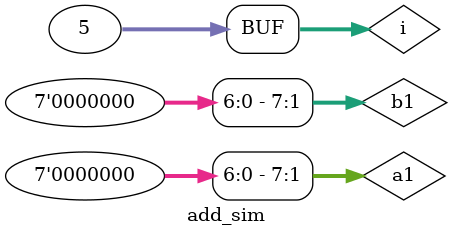
<source format=v>
`timescale 1ns / 1ps


module add_sim;
    reg [7:0] a1;
    reg [7:0] b1;
    reg cin;
    wire [7:0] sum;
    integer i;
    
    adder add0 (.a1 (a1),
                .b1 (b1),
                .cin (cin),
                .cout (cout),
                .sum (sum));
    initial begin
        a1 <= 0;
        b1 <= 0;
        cin <= 0;
    
        $monitor ("a=%d, b=%d, c=%d cout=%d sum=%d", a1, b1, cin, cout, sum);
    
        for (i = 0; i < 5; i = i+1) begin
            #10 a1 <= $random;
                b1 <= $random;
                cin <= $random;
        end
    end
endmodule
</source>
